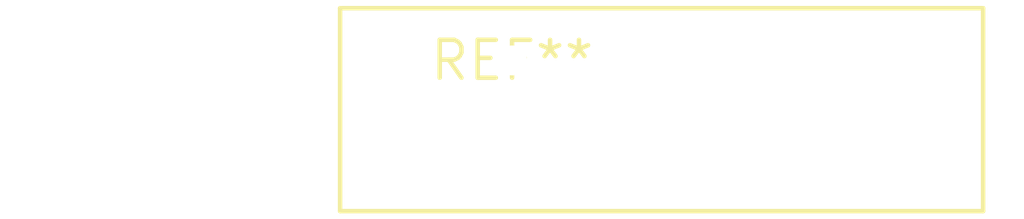
<source format=kicad_pcb>
(kicad_pcb (version 20240108) (generator pcbnew)
  (layers (0 "F.Cu" signal) (31 "B.Cu" signal) (34 "B.Paste" user) (35 "F.Paste" user) (36 "B.SilkS" user "B.Silkscreen") (37 "F.SilkS" user "F.Silkscreen") (38 "B.Mask" user) (39 "F.Mask" user) (44 "Edge.Cuts" user))
  (net 0 "")
  (footprint "RV_Disc_D21.5mm_W6.8mm_P10mm" (layer "F.Cu") (at 0 0)
    (property "Reference" "REF**")
    (property "Value" "RV_Disc_D21.5mm_W6.8mm_P10mm")
    (fp_line (start -5.75 -1.75) (end -5.75 5.05) (layer "F.SilkS") (stroke (width 0.15)))
    (fp_line (start -5.75 -1.75) (end 15.75 -1.75) (layer "F.SilkS") (stroke (width 0.15)))
    (fp_line (start -5.75 5.05) (end 15.75 5.05) (layer "F.SilkS") (stroke (width 0.15)))
    (fp_line (start 15.75 -1.75) (end 15.75 5.05) (layer "F.SilkS") (stroke (width 0.15)))
    (pad "1" thru_hole circle (at 0 0) (size 2 2) (drill 1) (layers *.Cu *.Mask) (remove_unused_layers))
    (pad "2" thru_hole circle (at 10 3.3) (size 2 2) (drill 1) (layers *.Cu *.Mask) (remove_unused_layers))
  )
)
</source>
